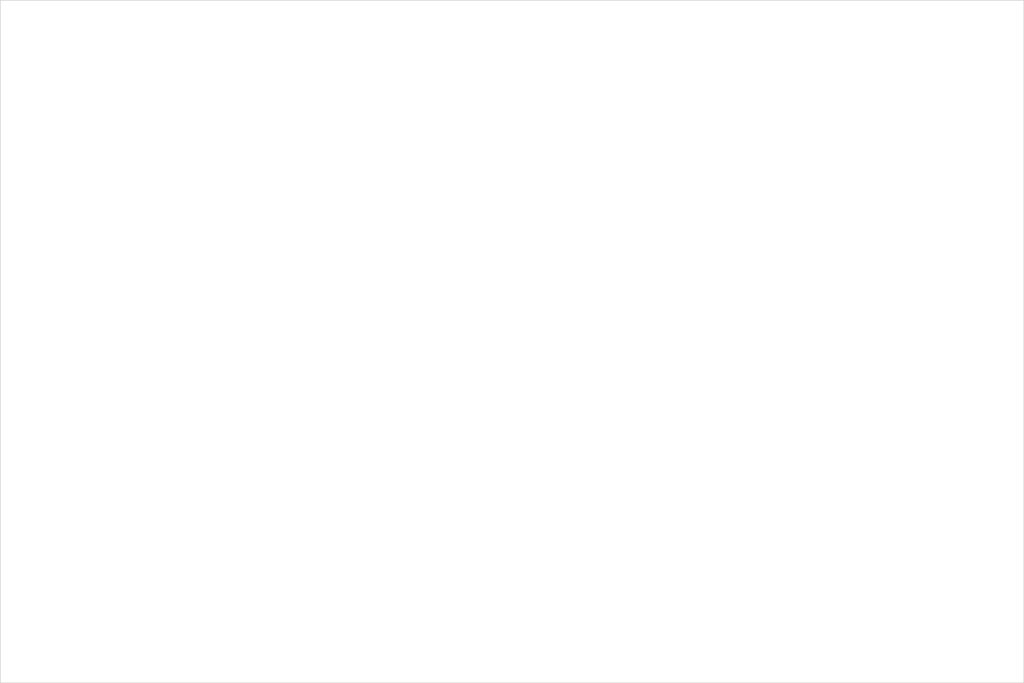
<source format=kicad_pcb>
(kicad_pcb (version 20200628) (host pcbnew "(5.99.0-2302-g1dc804232)")

  (general
    (thickness 1.6)
    (drawings 4)
    (tracks 0)
    (modules 0)
    (nets 1)
  )

  (paper "A4")
  (layers
    (0 "F.Cu" signal)
    (31 "B.Cu" signal)
    (32 "B.Adhes" user)
    (33 "F.Adhes" user)
    (34 "B.Paste" user)
    (35 "F.Paste" user)
    (36 "B.SilkS" user)
    (37 "F.SilkS" user)
    (38 "B.Mask" user)
    (39 "F.Mask" user)
    (40 "Dwgs.User" user)
    (41 "Cmts.User" user)
    (42 "Eco1.User" user)
    (43 "Eco2.User" user)
    (44 "Edge.Cuts" user)
    (45 "Margin" user)
    (46 "B.CrtYd" user)
    (47 "F.CrtYd" user)
    (48 "B.Fab" user)
    (49 "F.Fab" user)
  )

  (setup
    (pcbplotparams
      (layerselection 0x01000_7ffffffe)
      (usegerberextensions false)
      (usegerberattributes false)
      (usegerberadvancedattributes false)
      (creategerberjobfile false)
      (svguseinch false)
      (svgprecision 6)
      (excludeedgelayer true)
      (linewidth 0.100000)
      (plotframeref false)
      (viasonmask false)
      (mode 1)
      (useauxorigin false)
      (hpglpennumber 1)
      (hpglpenspeed 20)
      (hpglpendiameter 15.000000)
      (psnegative false)
      (psa4output false)
      (plotreference false)
      (plotvalue false)
      (plotinvisibletext false)
      (sketchpadsonfab false)
      (subtractmaskfromsilk false)
      (outputformat 1)
      (mirror false)
      (drillshape 0)
      (scaleselection 1)
      (outputdirectory "")
    )
  )

  (net 0 "")

  (gr_line (start 38.1 139.7) (end 38.1 38.1) (layer "Edge.Cuts") (width 0.1) (tstamp afe2e0e0-a360-4154-b197-4c9f1777b034))
  (gr_line (start 190.5 139.7) (end 38.1 139.7) (layer "Edge.Cuts") (width 0.1) (tstamp 55070e2a-7a12-499e-871a-8274e229d7db))
  (gr_line (start 190.5 38.1) (end 190.5 139.7) (layer "Edge.Cuts") (width 0.1) (tstamp 38d3cf28-23e2-4aff-9ad4-2eef6ca708fd))
  (gr_line (start 38.1 38.1) (end 190.5 38.1) (layer "Edge.Cuts") (width 0.1) (tstamp 99b9aac1-04fa-43ae-ac62-8839bf7a145f))

)

</source>
